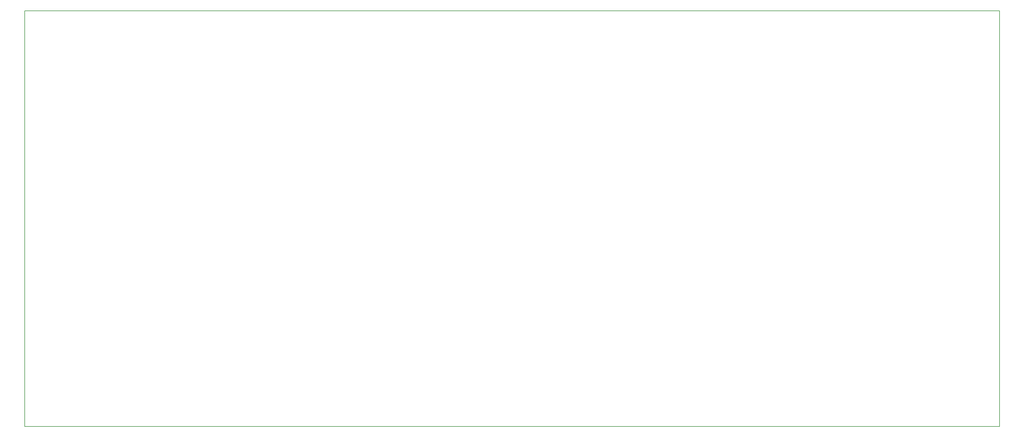
<source format=gbr>
G04 #@! TF.FileFunction,Profile,NP*
%FSLAX46Y46*%
G04 Gerber Fmt 4.6, Leading zero omitted, Abs format (unit mm)*
G04 Created by KiCad (PCBNEW 4.0.7-e2-6376~60~ubuntu17.10.1) date Thu Apr 12 22:39:31 2018*
%MOMM*%
%LPD*%
G01*
G04 APERTURE LIST*
%ADD10C,0.100000*%
%ADD11C,0.150000*%
G04 APERTURE END LIST*
D10*
D11*
X67310000Y-187960000D02*
X67310000Y-60960000D01*
X364490000Y-187960000D02*
X67310000Y-187960000D01*
X364490000Y-60960000D02*
X364490000Y-187960000D01*
X67310000Y-60960000D02*
X364490000Y-60960000D01*
M02*

</source>
